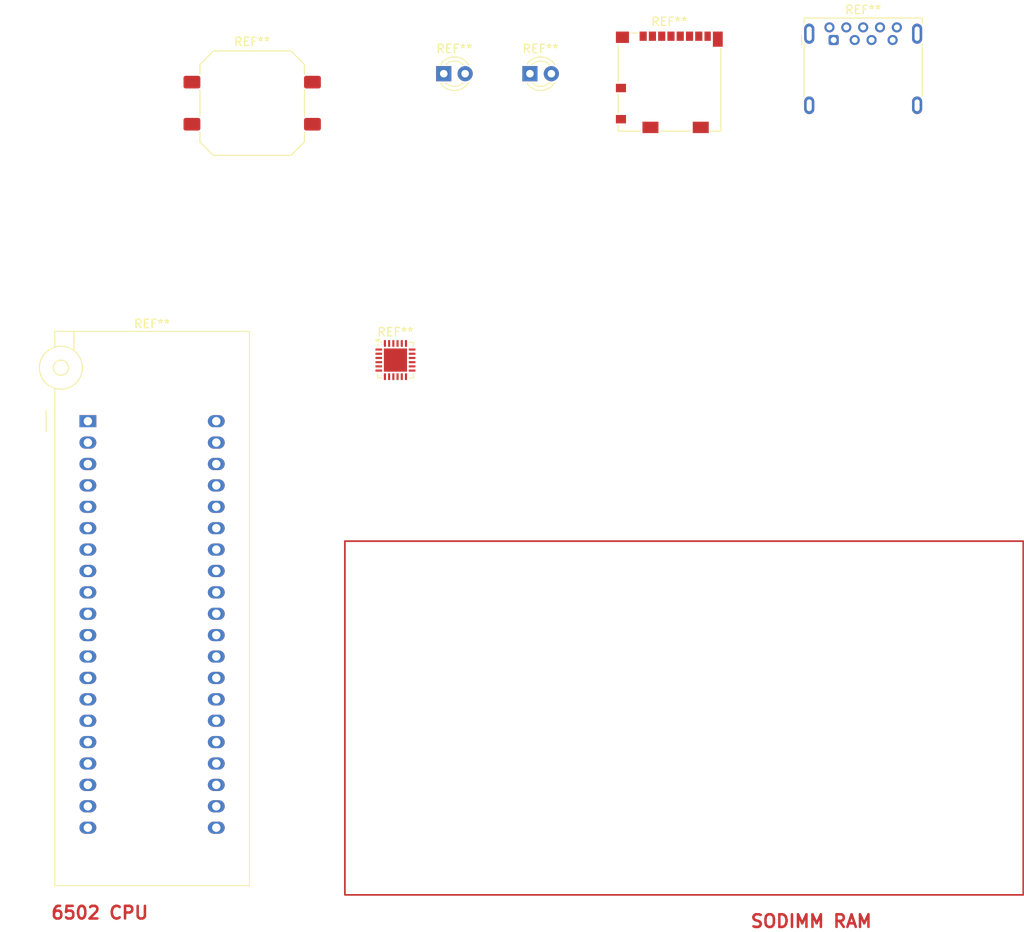
<source format=kicad_pcb>
(kicad_pcb (version 20241229) (generator "pcbnew") (generator_version "9.0")
  (layers (0 "F.Cu" signal) (2 "B.Cu" signal) (13 "F.Paste" user) (15 "B.Paste" user) (5 "F.SilkS" user "F.Silkscreen") (7 "B.SilkS" user "B.Silkscreen") (1 "F.Mask" user) (3 "B.Mask" user) (25 "Edge.Cuts" user))
  (net 0 "")
  (footprint "Button_Switch_SMD:SW_Push_1P1T_NO_CK_PTS125Sx43PSMTR" (layer "F.Cu") (at 53.5 58.5)
    (property "Reference" "REF**" (at 0 -7.3 0) (layer "F.SilkS"))
    (property "Value" "SW_Push_1P1T_NO_CK_PTS125Sx43PSMTR")
    (fp_line (start -6.2 -4.6) (end -4.6 -6.2) (stroke (width 0.12)) (layer "F.SilkS"))
    (fp_line (start -6.2 -3.45) (end -6.2 -4.6) (stroke (width 0.12)) (layer "F.SilkS"))
    (fp_line (start -6.2 -1.55) (end -6.2 1.55) (stroke (width 0.12)) (layer "F.SilkS"))
    (fp_line (start -6.2 3.45) (end -6.2 4.6) (stroke (width 0.12)) (layer "F.SilkS"))
    (fp_line (start -6.2 4.6) (end -4.6 6.2) (stroke (width 0.12)) (layer "F.SilkS"))
    (fp_line (start -4.6 -6.2) (end 4.6 -6.2) (stroke (width 0.12)) (layer "F.SilkS"))
    (fp_line (start -4.6 6.2) (end 4.6 6.2) (stroke (width 0.12)) (layer "F.SilkS"))
    (fp_line (start 4.6 -6.2) (end 6.2 -4.6) (stroke (width 0.12)) (layer "F.SilkS"))
    (fp_line (start 4.6 6.2) (end 6.2 4.6) (stroke (width 0.12)) (layer "F.SilkS"))
    (fp_line (start 6.2 -3.45) (end 6.2 -4.6) (stroke (width 0.12)) (layer "F.SilkS"))
    (fp_line (start 6.2 -1.55) (end 6.2 1.55) (stroke (width 0.12)) (layer "F.SilkS"))
    (fp_line (start 6.2 3.45) (end 6.2 4.6) (stroke (width 0.12)) (layer "F.SilkS"))
    (pad "" np_thru_hole circle (at 0 -4.5) (size 2 2) (drill 2) (layers "*.Cu" "*.Mask"))
    (pad "" np_thru_hole circle (at 0 4.5) (size 2 2) (drill 2) (layers "*.Cu" "*.Mask"))
    (pad "1" smd roundrect (at -7.15 -2.5) (size 2 1.5) (layers "F.Cu" "F.Mask" "F.Paste") (roundrect_rratio 0.1666666667))
    (pad "1" smd roundrect (at 7.15 -2.5) (size 2 1.5) (layers "F.Cu" "F.Mask" "F.Paste") (roundrect_rratio 0.1666666667))
    (pad "2" smd roundrect (at -7.15 2.5) (size 2 1.5) (layers "F.Cu" "F.Mask" "F.Paste") (roundrect_rratio 0.1666666667))
    (pad "2" smd roundrect (at 7.15 2.5) (size 2 1.5) (layers "F.Cu" "F.Mask" "F.Paste") (roundrect_rratio 0.1666666667))
  )
  (footprint "LED_THT:LED_D3.0mm" (layer "F.Cu") (at 86.46 55)
    (property "Reference" "REF**" (at 1.27 -2.96 0) (layer "F.SilkS"))
    (property "Value" "LED_D3.0mm")
    (fp_line (start -0.29 -1.236) (end -0.29 -1.08) (stroke (width 0.12)) (layer "F.SilkS"))
    (fp_line (start -0.29 1.08) (end -0.29 1.236) (stroke (width 0.12)) (layer "F.SilkS"))
    (fp_arc (start -0.29 -1.235516) (mid 1.36566 -1.987699) (end 2.941437 -1.08) (stroke (width 0.12)) (layer "F.SilkS"))
    (fp_arc (start 0.229039 -1.08) (mid 1.27 -1.5) (end 2.310961 -1.08) (stroke (width 0.12)) (layer "F.SilkS"))
    (fp_arc (start 2.310961 1.08) (mid 1.27 1.5) (end 0.229039 1.08) (stroke (width 0.12)) (layer "F.SilkS"))
    (fp_arc (start 2.941437 1.08) (mid 1.36566 1.987699) (end -0.29 1.235516) (stroke (width 0.12)) (layer "F.SilkS"))
    (pad "1" thru_hole rect (at 0 0) (size 1.8 1.8) (drill 0.9) (layers "*.Cu" "*.Mask"))
    (pad "2" thru_hole circle (at 2.54 0) (size 1.8 1.8) (drill 0.9) (layers "*.Cu" "*.Mask"))
  )
  (footprint "Package_DFN_QFN:QFN-24-1EP_4x4mm_P0.5mm_EP2.75x2.75mm" (layer "F.Cu") (at 70.5 89)
    (property "Reference" "REF**" (at 0 -3.33 0) (layer "F.SilkS"))
    (property "Value" "QFN-24-1EP_4x4mm_P0.5mm_EP2.75x2.75mm")
    (fp_line (start -2.11 -1.635) (end -2.11 -1.87) (stroke (width 0.12)) (layer "F.SilkS"))
    (fp_line (start -2.11 2.11) (end -2.11 1.635) (stroke (width 0.12)) (layer "F.SilkS"))
    (fp_line (start -1.635 -2.11) (end -1.81 -2.11) (stroke (width 0.12)) (layer "F.SilkS"))
    (fp_line (start -1.635 2.11) (end -2.11 2.11) (stroke (width 0.12)) (layer "F.SilkS"))
    (fp_line (start 1.635 -2.11) (end 2.11 -2.11) (stroke (width 0.12)) (layer "F.SilkS"))
    (fp_line (start 1.635 2.11) (end 2.11 2.11) (stroke (width 0.12)) (layer "F.SilkS"))
    (fp_line (start 2.11 -2.11) (end 2.11 -1.635) (stroke (width 0.12)) (layer "F.SilkS"))
    (fp_line (start 2.11 2.11) (end 2.11 1.635) (stroke (width 0.12)) (layer "F.SilkS"))
    (fp_poly (pts (xy -2.11 -2.11) (xy -2.35 -2.44) (xy -1.87 -2.44)) (stroke (width 0.12)) (fill yes) (layer "F.SilkS"))
    (pad "1" smd roundrect (at -1.975 -1.25) (size 0.8 0.25) (layers "F.Cu" "F.Mask" "F.Paste"))
    (pad "2" smd roundrect (at -1.975 -0.75) (size 0.8 0.25) (layers "F.Cu" "F.Mask" "F.Paste"))
    (pad "3" smd roundrect (at -1.975 -0.25) (size 0.8 0.25) (layers "F.Cu" "F.Mask" "F.Paste"))
    (pad "4" smd roundrect (at -1.975 0.25) (size 0.8 0.25) (layers "F.Cu" "F.Mask" "F.Paste"))
    (pad "5" smd roundrect (at -1.975 0.75) (size 0.8 0.25) (layers "F.Cu" "F.Mask" "F.Paste"))
    (pad "6" smd roundrect (at -1.975 1.25) (size 0.8 0.25) (layers "F.Cu" "F.Mask" "F.Paste"))
    (pad "7" smd roundrect (at -1.25 1.975) (size 0.25 0.8) (layers "F.Cu" "F.Mask" "F.Paste"))
    (pad "8" smd roundrect (at -0.75 1.975) (size 0.25 0.8) (layers "F.Cu" "F.Mask" "F.Paste"))
    (pad "9" smd roundrect (at -0.25 1.975) (size 0.25 0.8) (layers "F.Cu" "F.Mask" "F.Paste"))
    (pad "10" smd roundrect (at 0.25 1.975) (size 0.25 0.8) (layers "F.Cu" "F.Mask" "F.Paste"))
    (pad "11" smd roundrect (at 0.75 1.975) (size 0.25 0.8) (layers "F.Cu" "F.Mask" "F.Paste"))
    (pad "12" smd roundrect (at 1.25 1.975) (size 0.25 0.8) (layers "F.Cu" "F.Mask" "F.Paste"))
    (pad "13" smd roundrect (at 1.975 1.25) (size 0.8 0.25) (layers "F.Cu" "F.Mask" "F.Paste"))
    (pad "14" smd roundrect (at 1.975 0.75) (size 0.8 0.25) (layers "F.Cu" "F.Mask" "F.Paste"))
    (pad "15" smd roundrect (at 1.975 0.25) (size 0.8 0.25) (layers "F.Cu" "F.Mask" "F.Paste"))
    (pad "16" smd roundrect (at 1.975 -0.25) (size 0.8 0.25) (layers "F.Cu" "F.Mask" "F.Paste"))
    (pad "17" smd roundrect (at 1.975 -0.75) (size 0.8 0.25) (layers "F.Cu" "F.Mask" "F.Paste"))
    (pad "18" smd roundrect (at 1.975 -1.25) (size 0.8 0.25) (layers "F.Cu" "F.Mask" "F.Paste"))
    (pad "19" smd roundrect (at 1.25 -1.975) (size 0.25 0.8) (layers "F.Cu" "F.Mask" "F.Paste"))
    (pad "20" smd roundrect (at 0.75 -1.975) (size 0.25 0.8) (layers "F.Cu" "F.Mask" "F.Paste"))
    (pad "21" smd roundrect (at 0.25 -1.975) (size 0.25 0.8) (layers "F.Cu" "F.Mask" "F.Paste"))
    (pad "22" smd roundrect (at -0.25 -1.975) (size 0.25 0.8) (layers "F.Cu" "F.Mask" "F.Paste"))
    (pad "23" smd roundrect (at -0.75 -1.975) (size 0.25 0.8) (layers "F.Cu" "F.Mask" "F.Paste"))
    (pad "24" smd roundrect (at -1.25 -1.975) (size 0.25 0.8) (layers "F.Cu" "F.Mask" "F.Paste"))
    (pad "25" smd rect (at 0 0) (size 2.75 2.75) (property pad_prop_heatsink) (layers "F.Cu" "F.Mask"))
  )
  (footprint "Connector_USB:USB3_A_Molex_48393-001" (layer "F.Cu") (at 122.5 51)
    (property "Reference" "REF**" (at 3.5 -3.6 0) (layer "F.SilkS"))
    (property "Value" "USB3_A_Molex_48393-001")
    (fp_line (start -3.8 -0.6) (end -3.8 0.6) (stroke (width 0.12)) (layer "F.SilkS"))
    (fp_line (start -3.51 -2.61) (end -3.51 -2) (stroke (width 0.12)) (layer "F.SilkS"))
    (fp_line (start -3.51 -2.61) (end 10.51 -2.61) (stroke (width 0.12)) (layer "F.SilkS"))
    (fp_line (start -3.51 6.65) (end -3.51 0.5) (stroke (width 0.12)) (layer "F.SilkS"))
    (fp_line (start 10.51 -2.61) (end 10.51 -2) (stroke (width 0.12)) (layer "F.SilkS"))
    (fp_line (start 10.51 6.65) (end 10.51 0.5) (stroke (width 0.12)) (layer "F.SilkS"))
    (pad "1" thru_hole roundrect (at 0 0) (size 1.2 1.2) (drill 0.7) (layers "*.Cu" "*.Mask") (roundrect_rratio 0.2083333333))
    (pad "2" thru_hole circle (at 2.5 0) (size 1.2 1.2) (drill 0.7) (layers "*.Cu" "*.Mask"))
    (pad "3" thru_hole circle (at 4.5 0) (size 1.2 1.2) (drill 0.7) (layers "*.Cu" "*.Mask"))
    (pad "4" thru_hole circle (at 7 0) (size 1.2 1.2) (drill 0.7) (layers "*.Cu" "*.Mask"))
    (pad "5" thru_hole circle (at 7.5 -1.5) (size 1.2 1.2) (drill 0.7) (layers "*.Cu" "*.Mask"))
    (pad "6" thru_hole circle (at 5.5 -1.5) (size 1.2 1.2) (drill 0.7) (layers "*.Cu" "*.Mask"))
    (pad "7" thru_hole circle (at 3.5 -1.5) (size 1.2 1.2) (drill 0.7) (layers "*.Cu" "*.Mask"))
    (pad "8" thru_hole circle (at 1.5 -1.5) (size 1.2 1.2) (drill 0.7) (layers "*.Cu" "*.Mask"))
    (pad "9" thru_hole circle (at -0.5 -1.5) (size 1.2 1.2) (drill 0.7) (layers "*.Cu" "*.Mask"))
    (pad "10" thru_hole oval (at -2.9 -0.75) (size 1.2 2.4) (drill oval 0.6 1.7) (layers "*.Cu" "*.Mask"))
    (pad "10" thru_hole oval (at -2.9 7.75) (size 1.2 2.1) (drill oval 0.6 1.4) (layers "*.Cu" "*.Mask"))
    (pad "10" thru_hole oval (at 9.9 -0.75) (size 1.2 2.4) (drill oval 0.6 1.7) (layers "*.Cu" "*.Mask"))
    (pad "10" thru_hole oval (at 9.9 7.75) (size 1.2 2.1) (drill oval 0.6 1.4) (layers "*.Cu" "*.Mask"))
  )
  (footprint "Connector_Card:microSD_HC_Molex_104031-0811" (layer "F.Cu") (at 103 56)
    (property "Reference" "REF**" (at 0 -7.18 0) (layer "F.SilkS"))
    (property "Value" "microSD_HC_Molex_104031-0811")
    (fp_line (start -6.07 -4.45) (end -6.07 0) (stroke (width 0.12)) (layer "F.SilkS"))
    (fp_line (start -6.07 1.4) (end -6.07 3.7) (stroke (width 0.12)) (layer "F.SilkS"))
    (fp_line (start -6.07 5.1) (end -6.07 5.82) (stroke (width 0.12)) (layer "F.SilkS"))
    (fp_line (start -6.07 5.82) (end -3.39 5.82) (stroke (width 0.12)) (layer "F.SilkS"))
    (fp_line (start -4.59 -5.82) (end -3.73 -5.82) (stroke (width 0.12)) (layer "F.SilkS"))
    (fp_line (start -1.09 5.82) (end 2.58 5.82) (stroke (width 0.12)) (layer "F.SilkS"))
    (fp_line (start 4.88 5.82) (end 6.11 5.82) (stroke (width 0.12)) (layer "F.SilkS"))
    (fp_line (start 6.11 5.82) (end 6.11 -4) (stroke (width 0.12)) (layer "F.SilkS"))
    (pad "1" smd rect (at -3.105 -5.45) (size 0.85 1.1) (layers "F.Cu" "F.Mask" "F.Paste"))
    (pad "2" smd rect (at -2.005 -5.45) (size 0.85 1.1) (layers "F.Cu" "F.Mask" "F.Paste"))
    (pad "3" smd rect (at -0.905 -5.45) (size 0.85 1.1) (layers "F.Cu" "F.Mask" "F.Paste"))
    (pad "4" smd rect (at 0.195 -5.45) (size 0.85 1.1) (layers "F.Cu" "F.Mask" "F.Paste"))
    (pad "5" smd rect (at 1.295 -5.45) (size 0.85 1.1) (layers "F.Cu" "F.Mask" "F.Paste"))
    (pad "6" smd rect (at 2.395 -5.45) (size 0.85 1.1) (layers "F.Cu" "F.Mask" "F.Paste"))
    (pad "7" smd rect (at 3.495 -5.45) (size 0.85 1.1) (layers "F.Cu" "F.Mask" "F.Paste"))
    (pad "8" smd rect (at 4.545 -5.45) (size 0.75 1.1) (layers "F.Cu" "F.Mask" "F.Paste"))
    (pad "9" smd rect (at -5.74 0.7) (size 1.2 1) (layers "F.Cu" "F.Mask" "F.Paste"))
    (pad "10" smd rect (at -5.74 4.4) (size 1.2 1) (layers "F.Cu" "F.Mask" "F.Paste"))
    (pad "11" smd rect (at -5.565 -5.325) (size 1.55 1.35) (layers "F.Cu" "F.Mask" "F.Paste"))
    (pad "11" smd rect (at -2.24 5.375) (size 1.9 1.35) (layers "F.Cu" "F.Mask" "F.Paste"))
    (pad "11" smd rect (at 3.73 5.375) (size 1.9 1.35) (layers "F.Cu" "F.Mask" "F.Paste"))
    (pad "11" smd rect (at 5.755 -5.1) (size 1.17 1.8) (layers "F.Cu" "F.Mask" "F.Paste"))
  )
  (footprint "Socket:DIP_Socket-40_W11.9_W12.7_W15.24_W17.78_W18.5_3M_240-1280-00-0602J" (layer "F.Cu") (at 34 96.26)
    (property "Reference" "REF**" (at 7.62 -11.56 0) (layer "F.SilkS"))
    (property "Value" "DIP_Socket-40_W11.9_W12.7_W15.24_W17.78_W18.5_3M_240-1280-00-0602J")
    (fp_line (start -4.95 1.27) (end -4.95 -1.27) (stroke (width 0.12)) (layer "F.SilkS"))
    (fp_line (start -3.93 -10.66) (end -3.93 -8.8) (stroke (width 0.12)) (layer "F.SilkS"))
    (fp_line (start -3.93 -3.9) (end -3.93 55.14) (stroke (width 0.12)) (layer "F.SilkS"))
    (fp_line (start -3.93 55.14) (end 19.17 55.14) (stroke (width 0.12)) (layer "F.SilkS"))
    (fp_line (start -1.65 -10.66) (end -1.65 -8.4) (stroke (width 0.12)) (layer "F.SilkS"))
    (fp_line (start 19.17 -10.66) (end -3.93 -10.66) (stroke (width 0.12)) (layer "F.SilkS"))
    (fp_line (start 19.17 55.14) (end 19.17 -10.66) (stroke (width 0.12)) (layer "F.SilkS"))
    (fp_circle (center -3.2 -6.35) (end -2.3 -6.35) (stroke (width 0.12)) (fill no) (layer "F.SilkS"))
    (fp_circle (center -3.2 -6.35) (end -0.65 -6.35) (stroke (width 0.12)) (fill no) (layer "F.SilkS"))
    (pad "1" thru_hole rect (at 0 0) (size 2 1.44) (drill 1) (layers "*.Cu" "*.Mask"))
    (pad "2" thru_hole oval (at 0 2.54) (size 2 1.44) (drill 1) (layers "*.Cu" "*.Mask"))
    (pad "3" thru_hole oval (at 0 5.08) (size 2 1.44) (drill 1) (layers "*.Cu" "*.Mask"))
    (pad "4" thru_hole oval (at 0 7.62) (size 2 1.44) (drill 1) (layers "*.Cu" "*.Mask"))
    (pad "5" thru_hole oval (at 0 10.16) (size 2 1.44) (drill 1) (layers "*.Cu" "*.Mask"))
    (pad "6" thru_hole oval (at 0 12.7) (size 2 1.44) (drill 1) (layers "*.Cu" "*.Mask"))
    (pad "7" thru_hole oval (at 0 15.24) (size 2 1.44) (drill 1) (layers "*.Cu" "*.Mask"))
    (pad "8" thru_hole oval (at 0 17.78) (size 2 1.44) (drill 1) (layers "*.Cu" "*.Mask"))
    (pad "9" thru_hole oval (at 0 20.32) (size 2 1.44) (drill 1) (layers "*.Cu" "*.Mask"))
    (pad "10" thru_hole oval (at 0 22.86) (size 2 1.44) (drill 1) (layers "*.Cu" "*.Mask"))
    (pad "11" thru_hole oval (at 0 25.4) (size 2 1.44) (drill 1) (layers "*.Cu" "*.Mask"))
    (pad "12" thru_hole oval (at 0 27.94) (size 2 1.44) (drill 1) (layers "*.Cu" "*.Mask"))
    (pad "13" thru_hole oval (at 0 30.48) (size 2 1.44) (drill 1) (layers "*.Cu" "*.Mask"))
    (pad "14" thru_hole oval (at 0 33.02) (size 2 1.44) (drill 1) (layers "*.Cu" "*.Mask"))
    (pad "15" thru_hole oval (at 0 35.56) (size 2 1.44) (drill 1) (layers "*.Cu" "*.Mask"))
    (pad "16" thru_hole oval (at 0 38.1) (size 2 1.44) (drill 1) (layers "*.Cu" "*.Mask"))
    (pad "17" thru_hole oval (at 0 40.64) (size 2 1.44) (drill 1) (layers "*.Cu" "*.Mask"))
    (pad "18" thru_hole oval (at 0 43.18) (size 2 1.44) (drill 1) (layers "*.Cu" "*.Mask"))
    (pad "19" thru_hole oval (at 0 45.72) (size 2 1.44) (drill 1) (layers "*.Cu" "*.Mask"))
    (pad "20" thru_hole oval (at 0 48.26) (size 2 1.44) (drill 1) (layers "*.Cu" "*.Mask"))
    (pad "21" thru_hole oval (at 15.24 48.26) (size 2 1.44) (drill 1) (layers "*.Cu" "*.Mask"))
    (pad "22" thru_hole oval (at 15.24 45.72) (size 2 1.44) (drill 1) (layers "*.Cu" "*.Mask"))
    (pad "23" thru_hole oval (at 15.24 43.18) (size 2 1.44) (drill 1) (layers "*.Cu" "*.Mask"))
    (pad "24" thru_hole oval (at 15.24 40.64) (size 2 1.44) (drill 1) (layers "*.Cu" "*.Mask"))
    (pad "25" thru_hole oval (at 15.24 38.1) (size 2 1.44) (drill 1) (layers "*.Cu" "*.Mask"))
    (pad "26" thru_hole oval (at 15.24 35.56) (size 2 1.44) (drill 1) (layers "*.Cu" "*.Mask"))
    (pad "27" thru_hole oval (at 15.24 33.02) (size 2 1.44) (drill 1) (layers "*.Cu" "*.Mask"))
    (pad "28" thru_hole oval (at 15.24 30.48) (size 2 1.44) (drill 1) (layers "*.Cu" "*.Mask"))
    (pad "29" thru_hole oval (at 15.24 27.94) (size 2 1.44) (drill 1) (layers "*.Cu" "*.Mask"))
    (pad "30" thru_hole oval (at 15.24 25.4) (size 2 1.44) (drill 1) (layers "*.Cu" "*.Mask"))
    (pad "31" thru_hole oval (at 15.24 22.86) (size 2 1.44) (drill 1) (layers "*.Cu" "*.Mask"))
    (pad "32" thru_hole oval (at 15.24 20.32) (size 2 1.44) (drill 1) (layers "*.Cu" "*.Mask"))
    (pad "33" thru_hole oval (at 15.24 17.78) (size 2 1.44) (drill 1) (layers "*.Cu" "*.Mask"))
    (pad "34" thru_hole oval (at 15.24 15.24) (size 2 1.44) (drill 1) (layers "*.Cu" "*.Mask"))
    (pad "35" thru_hole oval (at 15.24 12.7) (size 2 1.44) (drill 1) (layers "*.Cu" "*.Mask"))
    (pad "36" thru_hole oval (at 15.24 10.16) (size 2 1.44) (drill 1) (layers "*.Cu" "*.Mask"))
    (pad "37" thru_hole oval (at 15.24 7.62) (size 2 1.44) (drill 1) (layers "*.Cu" "*.Mask"))
    (pad "38" thru_hole oval (at 15.24 5.08) (size 2 1.44) (drill 1) (layers "*.Cu" "*.Mask"))
    (pad "39" thru_hole oval (at 15.24 2.54) (size 2 1.44) (drill 1) (layers "*.Cu" "*.Mask"))
    (pad "40" thru_hole oval (at 15.24 0) (size 2 1.44) (drill 1) (layers "*.Cu" "*.Mask"))
  )
  (footprint "LED_THT:LED_D3.0mm" (layer "F.Cu") (at 76.23 55)
    (property "Reference" "REF**" (at 1.27 -2.96 0) (layer "F.SilkS"))
    (property "Value" "LED_D3.0mm")
    (fp_line (start -0.29 -1.236) (end -0.29 -1.08) (stroke (width 0.12)) (layer "F.SilkS"))
    (fp_line (start -0.29 1.08) (end -0.29 1.236) (stroke (width 0.12)) (layer "F.SilkS"))
    (fp_arc (start -0.29 -1.235516) (mid 1.36566 -1.987699) (end 2.941437 -1.08) (stroke (width 0.12)) (layer "F.SilkS"))
    (fp_arc (start 0.229039 -1.08) (mid 1.27 -1.5) (end 2.310961 -1.08) (stroke (width 0.12)) (layer "F.SilkS"))
    (fp_arc (start 2.310961 1.08) (mid 1.27 1.5) (end 0.229039 1.08) (stroke (width 0.12)) (layer "F.SilkS"))
    (fp_arc (start 2.941437 1.08) (mid 1.36566 1.987699) (end -0.29 1.235516) (stroke (width 0.12)) (layer "F.SilkS"))
    (pad "1" thru_hole rect (at 0 0) (size 1.8 1.8) (drill 0.9) (layers "*.Cu" "*.Mask"))
    (pad "2" thru_hole circle (at 2.54 0) (size 1.8 1.8) (drill 0.9) (layers "*.Cu" "*.Mask"))
  )
  (gr_rect (start 64.5 110.5) (end 145 152.5) (stroke (width 0.2)) (fill no) (layer "F.Cu"))
  (gr_text "SODIMM RAM " (at 112.5 156.5 0) (layer "F.Cu") (effects (font (size 1.5 1.5) (thickness 0.3) (bold yes)) (justify left bottom)))
  (gr_text "6502 CPU" (at 29.5 155.5 0) (layer "F.Cu") (effects (font (size 1.5 1.5) (thickness 0.3) (bold yes)) (justify left bottom)))
)
</source>
